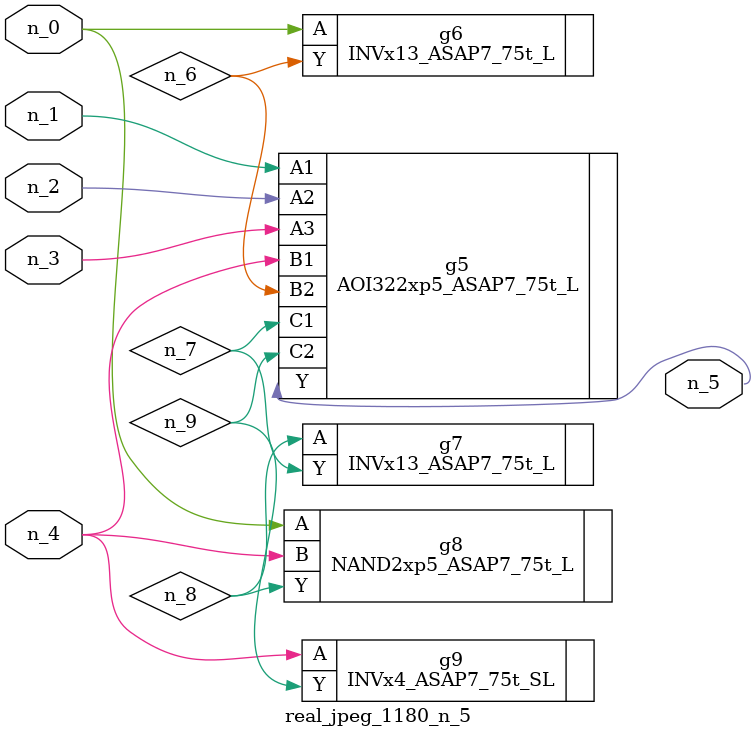
<source format=v>
module real_jpeg_1180_n_5 (n_4, n_0, n_1, n_2, n_3, n_5);

input n_4;
input n_0;
input n_1;
input n_2;
input n_3;

output n_5;

wire n_8;
wire n_6;
wire n_7;
wire n_9;

INVx13_ASAP7_75t_L g6 ( 
.A(n_0),
.Y(n_6)
);

NAND2xp5_ASAP7_75t_L g8 ( 
.A(n_0),
.B(n_4),
.Y(n_8)
);

AOI322xp5_ASAP7_75t_L g5 ( 
.A1(n_1),
.A2(n_2),
.A3(n_3),
.B1(n_4),
.B2(n_6),
.C1(n_7),
.C2(n_9),
.Y(n_5)
);

INVx4_ASAP7_75t_SL g9 ( 
.A(n_4),
.Y(n_9)
);

INVx13_ASAP7_75t_L g7 ( 
.A(n_8),
.Y(n_7)
);


endmodule
</source>
